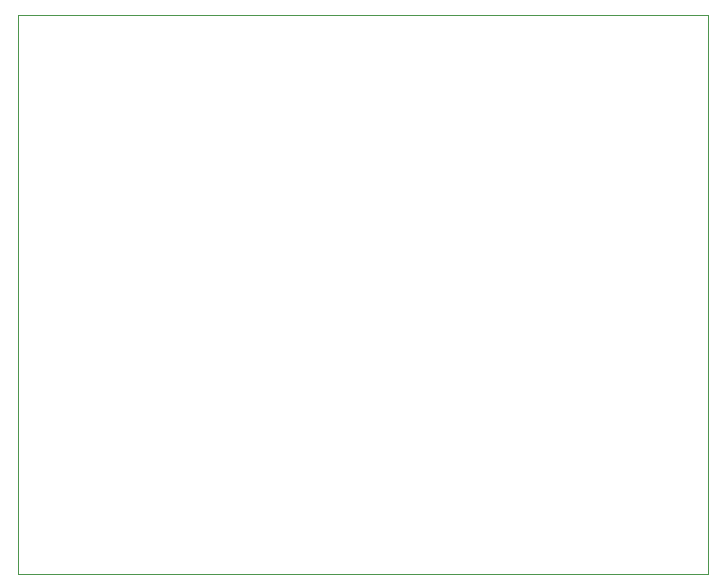
<source format=gbr>
%TF.GenerationSoftware,KiCad,Pcbnew,(5.1.9-0-10_14)*%
%TF.CreationDate,2021-04-21T15:02:01-04:00*%
%TF.ProjectId,MAR,4d41522e-6b69-4636-9164-5f7063625858,rev?*%
%TF.SameCoordinates,Original*%
%TF.FileFunction,Profile,NP*%
%FSLAX46Y46*%
G04 Gerber Fmt 4.6, Leading zero omitted, Abs format (unit mm)*
G04 Created by KiCad (PCBNEW (5.1.9-0-10_14)) date 2021-04-21 15:02:01*
%MOMM*%
%LPD*%
G01*
G04 APERTURE LIST*
%TA.AperFunction,Profile*%
%ADD10C,0.050000*%
%TD*%
G04 APERTURE END LIST*
D10*
X137414000Y-20828000D02*
X137414000Y-68173600D01*
X78994000Y-20828000D02*
X137414000Y-20828000D01*
X78994000Y-68173600D02*
X78994000Y-20828000D01*
X137414000Y-68173600D02*
X78994000Y-68173600D01*
M02*

</source>
